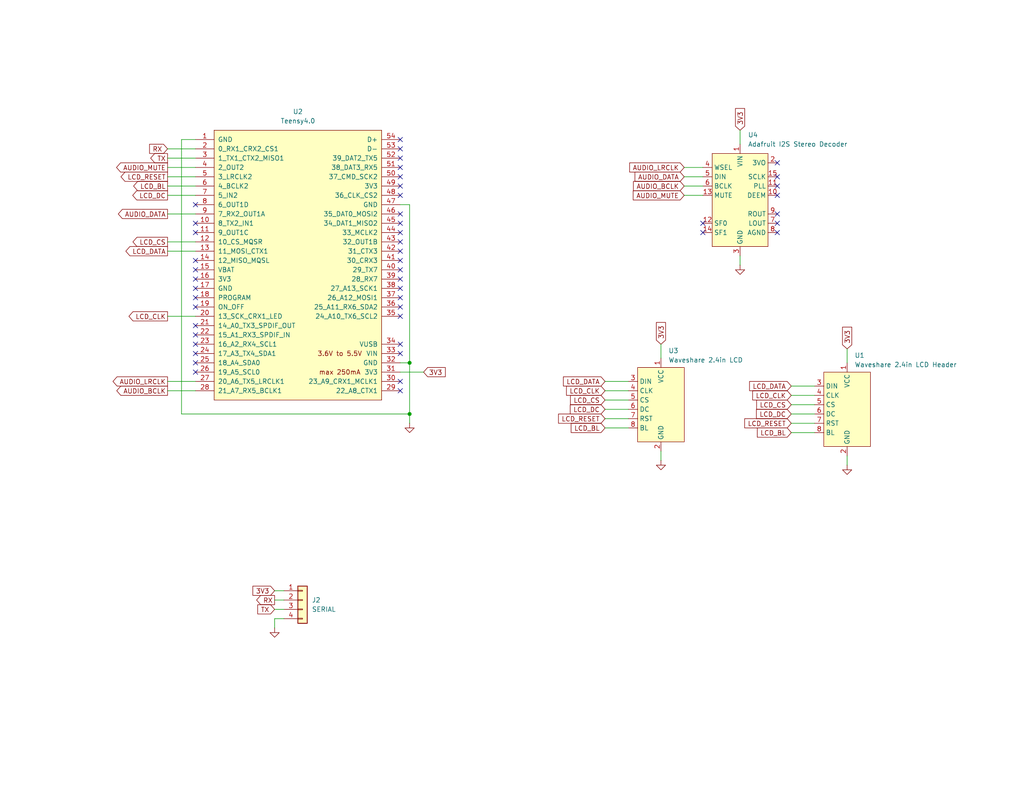
<source format=kicad_sch>
(kicad_sch (version 20250114) (generator "eeschema") (generator_version "9.0")
  (paper "USLetter")
  (title_block (title "6502 Dev Output Board") (date "2025-12-06") (rev "1.0") (company "A.C. Wright Design"))
  (lib_symbols
    (symbol "6502 Parts:Adafruit I2S Stereo Decoder" (in_bom no)
      (property "Reference" "U" (at -5.842 11.684 0))
      (property "Value" "Adafruit I2S Stereo Decoder" (at 16.002 11.684 0))
      (symbol "Adafruit I2S Stereo Decoder_1_1"
        (rectangle (start -6.35 10.16) (end 8.89 -15.24) (fill (type background)))
        (pin input line (at -8.89 6.35 0) (length 2.54) (name "WSEL") (number "4"))
        (pin input line (at -8.89 3.81 0) (length 2.54) (name "DIN") (number "5"))
        (pin input line (at -8.89 1.27 0) (length 2.54) (name "BCLK") (number "6"))
        (pin input line (at -8.89 -1.27 0) (length 2.54) (name "MUTE") (number "13"))
        (pin input line (at -8.89 -8.89 0) (length 2.54) (name "SF0") (number "12"))
        (pin input line (at -8.89 -11.43 0) (length 2.54) (name "SF1") (number "14"))
        (pin power_in line (at 1.27 12.7 270) (length 2.54) (name "VIN") (number "1"))
        (pin power_in line (at 1.27 -17.78 90) (length 2.54) (name "GND") (number "3"))
        (pin power_out line (at 11.43 7.62 180) (length 2.54) (name "3VO") (number "2"))
        (pin input line (at 11.43 3.81 180) (length 2.54) (name "SCLK") (number "15"))
        (pin input line (at 11.43 1.27 180) (length 2.54) (name "PLL") (number "11"))
        (pin input line (at 11.43 -1.27 180) (length 2.54) (name "DEEM") (number "10"))
        (pin output line (at 11.43 -6.35 180) (length 2.54) (name "ROUT") (number "9"))
        (pin output line (at 11.43 -8.89 180) (length 2.54) (name "LOUT") (number "7"))
        (pin power_out line (at 11.43 -11.43 180) (length 2.54) (name "AGND") (number "8"))
      )
    )
    (symbol "6502 Parts:Teensy4.0" (pin_names (offset 1.016))
      (property "Reference" "U" (at 0 39.37 0))
      (property "Value" "Teensy4.0" (at 0 -39.37 0))
      (symbol "Teensy4.0_0_0"
        (text "3.6V to 5.5V" (at 11.43 -24.13 0) (effects (font (size 1.27 1.27))))
        (text "max 250mA" (at 11.43 -29.21 0) (effects (font (size 1.27 1.27))))
        (pin bidirectional line (at -27.94 24.13 0) (length 5.08) (name "3_LRCLK2") (number "5"))
        (pin bidirectional line (at -27.94 21.59 0) (length 5.08) (name "4_BCLK2") (number "6"))
        (pin bidirectional line (at -27.94 19.05 0) (length 5.08) (name "5_IN2") (number "7"))
        (pin bidirectional line (at -27.94 16.51 0) (length 5.08) (name "6_OUT1D") (number "8"))
        (pin bidirectional line (at -27.94 13.97 0) (length 5.08) (name "7_RX2_OUT1A") (number "9"))
        (pin bidirectional line (at -27.94 11.43 0) (length 5.08) (name "8_TX2_IN1") (number "10"))
        (pin bidirectional line (at -27.94 8.89 0) (length 5.08) (name "9_OUT1C") (number "11"))
        (pin bidirectional line (at -27.94 6.35 0) (length 5.08) (name "10_CS_MQSR") (number "12"))
        (pin bidirectional line (at -27.94 3.81 0) (length 5.08) (name "11_MOSI_CTX1") (number "13"))
        (pin bidirectional line (at -27.94 1.27 0) (length 5.08) (name "12_MISO_MQSL") (number "14"))
        (pin power_in line (at -27.94 -1.27 0) (length 5.08) (name "VBAT") (number "15"))
        (pin power_in line (at -27.94 -3.81 0) (length 5.08) (name "3V3") (number "16"))
        (pin power_in line (at -27.94 -6.35 0) (length 5.08) (name "GND") (number "17"))
        (pin input line (at -27.94 -8.89 0) (length 5.08) (name "PROGRAM") (number "18"))
        (pin input line (at -27.94 -11.43 0) (length 5.08) (name "ON_OFF") (number "19"))
        (pin bidirectional line (at -27.94 -13.97 0) (length 5.08) (name "13_SCK_CRX1_LED") (number "20"))
        (pin bidirectional line (at -27.94 -16.51 0) (length 5.08) (name "14_A0_TX3_SPDIF_OUT") (number "21"))
        (pin bidirectional line (at -27.94 -19.05 0) (length 5.08) (name "15_A1_RX3_SPDIF_IN") (number "22"))
        (pin bidirectional line (at -27.94 -21.59 0) (length 5.08) (name "16_A2_RX4_SCL1") (number "23"))
        (pin bidirectional line (at -27.94 -24.13 0) (length 5.08) (name "17_A3_TX4_SDA1") (number "24"))
        (pin bidirectional line (at -27.94 -26.67 0) (length 5.08) (name "18_A4_SDA0") (number "25"))
        (pin bidirectional line (at -27.94 -29.21 0) (length 5.08) (name "19_A5_SCL0") (number "26"))
        (pin bidirectional line (at -27.94 -31.75 0) (length 5.08) (name "20_A6_TX5_LRCLK1") (number "27"))
        (pin bidirectional line (at -27.94 -34.29 0) (length 5.08) (name "21_A7_RX5_BCLK1") (number "28"))
        (pin bidirectional line (at 27.94 34.29 180) (length 5.08) (name "D+") (number "54"))
        (pin bidirectional line (at 27.94 31.75 180) (length 5.08) (name "D-") (number "53"))
        (pin bidirectional line (at 27.94 29.21 180) (length 5.08) (name "39_DAT2_TX5") (number "52"))
        (pin bidirectional line (at 27.94 26.67 180) (length 5.08) (name "38_DAT3_RX5") (number "51"))
        (pin bidirectional line (at 27.94 24.13 180) (length 5.08) (name "37_CMD_SCK2") (number "50"))
        (pin power_out line (at 27.94 21.59 180) (length 5.08) (name "3V3") (number "49"))
        (pin bidirectional line (at 27.94 19.05 180) (length 5.08) (name "36_CLK_CS2") (number "48"))
        (pin power_out line (at 27.94 16.51 180) (length 5.08) (name "GND") (number "47"))
        (pin bidirectional line (at 27.94 13.97 180) (length 5.08) (name "35_DAT0_MOSI2") (number "46"))
        (pin bidirectional line (at 27.94 11.43 180) (length 5.08) (name "34_DAT1_MISO2") (number "45"))
        (pin bidirectional line (at 27.94 8.89 180) (length 5.08) (name "33_MCLK2") (number "44"))
        (pin bidirectional line (at 27.94 6.35 180) (length 5.08) (name "32_OUT1B") (number "43"))
        (pin bidirectional line (at 27.94 3.81 180) (length 5.08) (name "31_CTX3") (number "42"))
        (pin bidirectional line (at 27.94 1.27 180) (length 5.08) (name "30_CRX3") (number "41"))
        (pin bidirectional line (at 27.94 -1.27 180) (length 5.08) (name "29_TX7") (number "40"))
        (pin bidirectional line (at 27.94 -3.81 180) (length 5.08) (name "28_RX7") (number "39"))
        (pin bidirectional line (at 27.94 -6.35 180) (length 5.08) (name "27_A13_SCK1") (number "38"))
        (pin bidirectional line (at 27.94 -8.89 180) (length 5.08) (name "26_A12_MOSI1") (number "37"))
        (pin bidirectional line (at 27.94 -11.43 180) (length 5.08) (name "25_A11_RX6_SDA2") (number "36"))
        (pin bidirectional line (at 27.94 -13.97 180) (length 5.08) (name "24_A10_TX6_SCL2") (number "35"))
        (pin power_out line (at 27.94 -21.59 180) (length 5.08) (name "VUSB") (number "34"))
        (pin power_in line (at 27.94 -24.13 180) (length 5.08) (name "VIN") (number "33"))
        (pin power_in line (at 27.94 -26.67 180) (length 5.08) (name "GND") (number "32"))
        (pin power_out line (at 27.94 -29.21 180) (length 5.08) (name "3V3") (number "31"))
        (pin bidirectional line (at 27.94 -31.75 180) (length 5.08) (name "23_A9_CRX1_MCLK1") (number "30"))
        (pin bidirectional line (at 27.94 -34.29 180) (length 5.08) (name "22_A8_CTX1") (number "29"))
      )
      (symbol "Teensy4.0_0_1"
        (rectangle (start -20.32 -31.75) (end -20.32 -31.75))
      )
      (symbol "Teensy4.0_1_1"
        (rectangle (start -22.86 36.83) (end 22.86 -36.83) (fill (type background)))
        (pin power_in line (at -27.94 34.29 0) (length 5.08) (name "GND") (number "1"))
        (pin bidirectional line (at -27.94 31.75 0) (length 5.08) (name "0_RX1_CRX2_CS1") (number "2"))
        (pin bidirectional line (at -27.94 29.21 0) (length 5.08) (name "1_TX1_CTX2_MISO1") (number "3"))
        (pin bidirectional line (at -27.94 26.67 0) (length 5.08) (name "2_OUT2") (number "4"))
      )
    )
    (symbol "6502 Parts:Waveshare 2.4in LCD" (in_bom no)
      (property "Reference" "U" (at -5.842 11.684 0))
      (property "Value" "Waveshare 2.4in LCD" (at 11.938 11.684 0))
      (symbol "Waveshare 2.4in LCD_1_1"
        (rectangle (start -6.35 10.16) (end 6.35 -10.16) (fill (type background)))
        (pin input line (at -8.89 6.35 0) (length 2.54) (name "DIN") (number "3"))
        (pin input line (at -8.89 3.81 0) (length 2.54) (name "CLK") (number "4"))
        (pin input line (at -8.89 1.27 0) (length 2.54) (name "CS") (number "5"))
        (pin input line (at -8.89 -1.27 0) (length 2.54) (name "DC") (number "6"))
        (pin input line (at -8.89 -3.81 0) (length 2.54) (name "RST") (number "7"))
        (pin input line (at -8.89 -6.35 0) (length 2.54) (name "BL") (number "8"))
        (pin power_in line (at 0 12.7 270) (length 2.54) (name "VCC") (number "1"))
        (pin power_in line (at 0 -12.7 90) (length 2.54) (name "GND") (number "2"))
      )
    )
    (symbol "Connector_Generic:Conn_01x04" (pin_names (offset 1.016) (hide yes))
      (property "Reference" "J" (at 0 5.08 0))
      (property "Value" "Conn_01x04" (at 0 -7.62 0))
      (symbol "Conn_01x04_1_1"
        (rectangle (start -1.27 3.81) (end 1.27 -6.35) (stroke (width 0.254)) (fill (type background)))
        (rectangle (start -1.27 2.667) (end 0 2.413) (stroke (width 0.1524)))
        (rectangle (start -1.27 0.127) (end 0 -0.127) (stroke (width 0.1524)))
        (rectangle (start -1.27 -2.413) (end 0 -2.667) (stroke (width 0.1524)))
        (rectangle (start -1.27 -4.953) (end 0 -5.207) (stroke (width 0.1524)))
        (pin passive line (at -5.08 2.54 0) (length 3.81) (name "Pin_1") (number "1"))
        (pin passive line (at -5.08 0 0) (length 3.81) (name "Pin_2") (number "2"))
        (pin passive line (at -5.08 -2.54 0) (length 3.81) (name "Pin_3") (number "3"))
        (pin passive line (at -5.08 -5.08 0) (length 3.81) (name "Pin_4") (number "4"))
      )
    )
    (symbol "power:GND" (power) (pin_numbers (hide yes)) (pin_names (offset 0) (hide yes))
      (property "Value" "GND" (at 0 -3.81 0))
      (symbol "GND_0_1"
        (polyline (pts (xy 0 0) (xy 0 -1.27) (xy 1.27 -1.27) (xy 0 -2.54) (xy -1.27 -1.27) (xy 0 -1.27)))
      )
      (symbol "GND_1_1"
        (pin power_in line (at 0 0 270) (length 0) (name "~") (number "1"))
      )
    )
  )
  (junction (at 111.76 113.03))
  (junction (at 111.76 99.06))
  (no_connect (at 53.34 81.28))
  (no_connect (at 109.22 73.66))
  (no_connect (at 53.34 101.6))
  (no_connect (at 109.22 48.26))
  (no_connect (at 53.34 93.98))
  (no_connect (at 212.09 48.26))
  (no_connect (at 53.34 73.66))
  (no_connect (at 109.22 104.14))
  (no_connect (at 109.22 66.04))
  (no_connect (at 191.77 60.96))
  (no_connect (at 53.34 71.12))
  (no_connect (at 53.34 55.88))
  (no_connect (at 109.22 71.12))
  (no_connect (at 109.22 50.8))
  (no_connect (at 212.09 63.5))
  (no_connect (at 109.22 63.5))
  (no_connect (at 53.34 99.06))
  (no_connect (at 212.09 58.42))
  (no_connect (at 109.22 93.98))
  (no_connect (at 109.22 83.82))
  (no_connect (at 212.09 60.96))
  (no_connect (at 53.34 83.82))
  (no_connect (at 109.22 40.64))
  (no_connect (at 53.34 63.5))
  (no_connect (at 53.34 96.52))
  (no_connect (at 212.09 50.8))
  (no_connect (at 191.77 63.5))
  (no_connect (at 109.22 43.18))
  (no_connect (at 53.34 91.44))
  (no_connect (at 109.22 96.52))
  (no_connect (at 109.22 38.1))
  (no_connect (at 109.22 58.42))
  (no_connect (at 109.22 68.58))
  (no_connect (at 109.22 86.36))
  (no_connect (at 212.09 44.45))
  (no_connect (at 53.34 60.96))
  (no_connect (at 109.22 81.28))
  (no_connect (at 109.22 60.96))
  (no_connect (at 109.22 45.72))
  (no_connect (at 109.22 78.74))
  (no_connect (at 212.09 53.34))
  (no_connect (at 109.22 106.68))
  (no_connect (at 53.34 88.9))
  (no_connect (at 53.34 76.2))
  (no_connect (at 109.22 76.2))
  (no_connect (at 53.34 78.74))
  (no_connect (at 109.22 53.34))
  (wire (pts (xy 111.76 113.03) (xy 111.76 99.06)))
  (wire (pts (xy 215.9 115.57) (xy 222.25 115.57)))
  (wire (pts (xy 215.9 107.95) (xy 222.25 107.95)))
  (wire (pts (xy 53.34 38.1) (xy 49.53 38.1)))
  (wire (pts (xy 165.1 106.68) (xy 171.45 106.68)))
  (wire (pts (xy 186.69 48.26) (xy 191.77 48.26)))
  (wire (pts (xy 45.72 40.64) (xy 53.34 40.64)))
  (wire (pts (xy 109.22 55.88) (xy 111.76 55.88)))
  (wire (pts (xy 201.93 35.56) (xy 201.93 39.37)))
  (wire (pts (xy 74.93 171.45) (xy 74.93 168.91)))
  (wire (pts (xy 215.9 118.11) (xy 222.25 118.11)))
  (wire (pts (xy 111.76 99.06) (xy 109.22 99.06)))
  (wire (pts (xy 45.72 45.72) (xy 53.34 45.72)))
  (wire (pts (xy 45.72 48.26) (xy 53.34 48.26)))
  (wire (pts (xy 180.34 123.19) (xy 180.34 125.73)))
  (wire (pts (xy 45.72 58.42) (xy 53.34 58.42)))
  (wire (pts (xy 215.9 110.49) (xy 222.25 110.49)))
  (wire (pts (xy 165.1 104.14) (xy 171.45 104.14)))
  (wire (pts (xy 45.72 104.14) (xy 53.34 104.14)))
  (wire (pts (xy 45.72 106.68) (xy 53.34 106.68)))
  (wire (pts (xy 165.1 114.3) (xy 171.45 114.3)))
  (wire (pts (xy 186.69 50.8) (xy 191.77 50.8)))
  (wire (pts (xy 165.1 109.22) (xy 171.45 109.22)))
  (wire (pts (xy 45.72 50.8) (xy 53.34 50.8)))
  (wire (pts (xy 74.93 166.37) (xy 77.47 166.37)))
  (wire (pts (xy 201.93 69.85) (xy 201.93 72.39)))
  (wire (pts (xy 231.14 95.25) (xy 231.14 99.06)))
  (wire (pts (xy 45.72 43.18) (xy 53.34 43.18)))
  (wire (pts (xy 45.72 66.04) (xy 53.34 66.04)))
  (wire (pts (xy 165.1 116.84) (xy 171.45 116.84)))
  (wire (pts (xy 215.9 113.03) (xy 222.25 113.03)))
  (wire (pts (xy 45.72 53.34) (xy 53.34 53.34)))
  (wire (pts (xy 111.76 113.03) (xy 111.76 115.57)))
  (wire (pts (xy 49.53 38.1) (xy 49.53 113.03)))
  (wire (pts (xy 74.93 168.91) (xy 77.47 168.91)))
  (wire (pts (xy 109.22 101.6) (xy 115.57 101.6)))
  (wire (pts (xy 186.69 45.72) (xy 191.77 45.72)))
  (wire (pts (xy 45.72 68.58) (xy 53.34 68.58)))
  (wire (pts (xy 111.76 55.88) (xy 111.76 99.06)))
  (wire (pts (xy 231.14 124.46) (xy 231.14 127)))
  (wire (pts (xy 74.93 161.29) (xy 77.47 161.29)))
  (wire (pts (xy 186.69 53.34) (xy 191.77 53.34)))
  (wire (pts (xy 74.93 163.83) (xy 77.47 163.83)))
  (wire (pts (xy 180.34 93.98) (xy 180.34 97.79)))
  (wire (pts (xy 215.9 105.41) (xy 222.25 105.41)))
  (wire (pts (xy 45.72 86.36) (xy 53.34 86.36)))
  (wire (pts (xy 49.53 113.03) (xy 111.76 113.03)))
  (wire (pts (xy 165.1 111.76) (xy 171.45 111.76)))
  (global_label "LCD_CLK" (shape input) (at 165.1 106.68 180) (property "Intersheetrefs" "${INTERSHEET_REFS}" (effects (hide yes))))
  (global_label "LCD_RESET" (shape input) (at 215.9 115.57 180) (property "Intersheetrefs" "${INTERSHEET_REFS}" (effects (hide yes))))
  (global_label "AUDIO_LRCLK" (shape input) (at 186.69 45.72 180) (property "Intersheetrefs" "${INTERSHEET_REFS}" (effects (hide yes))))
  (global_label "LCD_DATA" (shape input) (at 215.9 105.41 180) (property "Intersheetrefs" "${INTERSHEET_REFS}" (effects (hide yes))))
  (global_label "TX" (shape input) (at 74.93 166.37 180) (property "Intersheetrefs" "${INTERSHEET_REFS}" (effects (hide yes))))
  (global_label "LCD_CS" (shape output) (at 45.72 66.04 180) (property "Intersheetrefs" "${INTERSHEET_REFS}" (effects (hide yes))))
  (global_label "AUDIO_MUTE" (shape output) (at 45.72 45.72 180) (property "Intersheetrefs" "${INTERSHEET_REFS}" (effects (hide yes))))
  (global_label "AUDIO_BCLK" (shape input) (at 186.69 50.8 180) (property "Intersheetrefs" "${INTERSHEET_REFS}" (effects (hide yes))))
  (global_label "RX" (shape output) (at 74.93 163.83 180) (property "Intersheetrefs" "${INTERSHEET_REFS}" (effects (hide yes))))
  (global_label "AUDIO_DATA" (shape output) (at 45.72 58.42 180) (property "Intersheetrefs" "${INTERSHEET_REFS}" (effects (hide yes))))
  (global_label "LCD_DATA" (shape input) (at 165.1 104.14 180) (property "Intersheetrefs" "${INTERSHEET_REFS}" (effects (hide yes))))
  (global_label "LCD_CLK" (shape input) (at 215.9 107.95 180) (property "Intersheetrefs" "${INTERSHEET_REFS}" (effects (hide yes))))
  (global_label "LCD_RESET" (shape input) (at 165.1 114.3 180) (property "Intersheetrefs" "${INTERSHEET_REFS}" (effects (hide yes))))
  (global_label "AUDIO_BCLK" (shape output) (at 45.72 106.68 180) (property "Intersheetrefs" "${INTERSHEET_REFS}" (effects (hide yes))))
  (global_label "LCD_BL" (shape input) (at 165.1 116.84 180) (property "Intersheetrefs" "${INTERSHEET_REFS}" (effects (hide yes))))
  (global_label "LCD_BL" (shape input) (at 215.9 118.11 180) (property "Intersheetrefs" "${INTERSHEET_REFS}" (effects (hide yes))))
  (global_label "3V3" (shape input) (at 201.93 35.56 90) (property "Intersheetrefs" "${INTERSHEET_REFS}" (effects (hide yes))))
  (global_label "3V3" (shape input) (at 231.14 95.25 90) (property "Intersheetrefs" "${INTERSHEET_REFS}" (effects (hide yes))))
  (global_label "3V3" (shape input) (at 74.93 161.29 180) (property "Intersheetrefs" "${INTERSHEET_REFS}" (effects (hide yes))))
  (global_label "AUDIO_DATA" (shape input) (at 186.69 48.26 180) (property "Intersheetrefs" "${INTERSHEET_REFS}" (effects (hide yes))))
  (global_label "LCD_CS" (shape input) (at 215.9 110.49 180) (property "Intersheetrefs" "${INTERSHEET_REFS}" (effects (hide yes))))
  (global_label "LCD_CLK" (shape output) (at 45.72 86.36 180) (property "Intersheetrefs" "${INTERSHEET_REFS}" (effects (hide yes))))
  (global_label "LCD_CS" (shape input) (at 165.1 109.22 180) (property "Intersheetrefs" "${INTERSHEET_REFS}" (effects (hide yes))))
  (global_label "LCD_BL" (shape output) (at 45.72 50.8 180) (property "Intersheetrefs" "${INTERSHEET_REFS}" (effects (hide yes))))
  (global_label "LCD_DC" (shape input) (at 215.9 113.03 180) (property "Intersheetrefs" "${INTERSHEET_REFS}" (effects (hide yes))))
  (global_label "LCD_DATA" (shape output) (at 45.72 68.58 180) (property "Intersheetrefs" "${INTERSHEET_REFS}" (effects (hide yes))))
  (global_label "LCD_DC" (shape output) (at 45.72 53.34 180) (property "Intersheetrefs" "${INTERSHEET_REFS}" (effects (hide yes))))
  (global_label "LCD_RESET" (shape output) (at 45.72 48.26 180) (property "Intersheetrefs" "${INTERSHEET_REFS}" (effects (hide yes))))
  (global_label "LCD_DC" (shape input) (at 165.1 111.76 180) (property "Intersheetrefs" "${INTERSHEET_REFS}" (effects (hide yes))))
  (global_label "RX" (shape input) (at 45.72 40.64 180) (property "Intersheetrefs" "${INTERSHEET_REFS}" (effects (hide yes))))
  (global_label "AUDIO_MUTE" (shape input) (at 186.69 53.34 180) (property "Intersheetrefs" "${INTERSHEET_REFS}" (effects (hide yes))))
  (global_label "TX" (shape output) (at 45.72 43.18 180) (property "Intersheetrefs" "${INTERSHEET_REFS}" (effects (hide yes))))
  (global_label "3V3" (shape input) (at 115.57 101.6 0) (property "Intersheetrefs" "${INTERSHEET_REFS}" (effects (hide yes))))
  (global_label "AUDIO_LRCLK" (shape output) (at 45.72 104.14 180) (property "Intersheetrefs" "${INTERSHEET_REFS}" (effects (hide yes))))
  (global_label "3V3" (shape input) (at 180.34 93.98 90) (property "Intersheetrefs" "${INTERSHEET_REFS}" (effects (hide yes))))
  (symbol (lib_id "6502 Parts:Waveshare 2.4in LCD") (at 231.14 111.76 0) (unit 1) (in_bom no)
    (property "Reference" "U1" (at 233.172 97.028 0) (effects (justify left)))
    (property "Value" "Waveshare 2.4in LCD Header" (at 233.172 99.568 0) (effects (justify left)))
    (property "Footprint" "Connector_PinHeader_2.54mm:PinHeader_1x08_P2.54mm_Vertical" (effects (hide yes)))
    (property "Datasheet" "https://learn.adafruit.com/adafruit-micro-sd-breakout-board-card-tutorial/download" (effects (hide yes)))
  )
  (symbol (lib_id "Connector_Generic:Conn_01x04") (at 82.55 163.83 0) (unit 1)
    (property "Reference" "J2" (at 85.09 163.8299 0) (effects (justify left)))
    (property "Value" "SERIAL" (at 85.09 166.3699 0) (effects (justify left)))
    (property "Footprint" "Connector_PinHeader_2.54mm:PinHeader_1x04_P2.54mm_Vertical" (effects (hide yes)))
    (property "Description" "Generic connector, single row, 01x04, script generated (kicad-library-utils/schlib/autogen/connector/)" (effects (hide yes)))
  )
  (symbol (lib_id "power:GND") (at 111.76 115.57 0) (mirror y) (unit 1)
    (property "Reference" "#PWR04" (effects (hide yes)))
    (property "Value" "GND" (effects (hide yes)))
    (property "Description" "Power symbol creates a global label with name \"GND\" , ground" (effects (hide yes)))
  )
  (symbol (lib_id "power:GND") (at 201.93 72.39 0) (mirror y) (unit 1)
    (property "Reference" "#PWR01" (effects (hide yes)))
    (property "Value" "GND" (effects (hide yes)))
    (property "Description" "Power symbol creates a global label with name \"GND\" , ground" (effects (hide yes)))
  )
  (symbol (lib_id "6502 Parts:Adafruit I2S Stereo Decoder") (at 200.66 52.07 0) (unit 1) (in_bom no)
    (property "Reference" "U4" (at 204.0733 36.83 0) (effects (justify left)))
    (property "Value" "Adafruit I2S Stereo Decoder" (at 204.0733 39.37 0) (effects (justify left)))
    (property "Footprint" "6502 Parts:Adafruit I2S Stereo Decoder" (effects (hide yes)))
    (property "Datasheet" "https://learn.adafruit.com/adafruit-micro-sd-breakout-board-card-tutorial/download" (effects (hide yes)))
  )
  (symbol (lib_id "power:GND") (at 74.93 171.45 0) (mirror y) (unit 1)
    (property "Reference" "#PWR010" (effects (hide yes)))
    (property "Value" "GND" (effects (hide yes)))
    (property "Description" "Power symbol creates a global label with name \"GND\" , ground" (effects (hide yes)))
  )
  (symbol (lib_id "6502 Parts:Teensy4.0") (at 81.28 72.39 0) (unit 1)
    (property "Reference" "U2" (at 81.28 30.48 0))
    (property "Value" "Teensy4.0" (at 81.28 33.02 0))
    (property "Footprint" "6502 Parts:Teensy40" (effects (hide yes)))
  )
  (symbol (lib_id "power:GND") (at 180.34 125.73 0) (mirror y) (unit 1)
    (property "Reference" "#PWR03" (effects (hide yes)))
    (property "Value" "GND" (effects (hide yes)))
    (property "Description" "Power symbol creates a global label with name \"GND\" , ground" (effects (hide yes)))
  )
  (symbol (lib_id "6502 Parts:Waveshare 2.4in LCD") (at 180.34 110.49 0) (unit 1) (in_bom no)
    (property "Reference" "U3" (at 182.372 95.758 0) (effects (justify left)))
    (property "Value" "Waveshare 2.4in LCD" (at 182.372 98.298 0) (effects (justify left)))
    (property "Footprint" "6502 Parts:Waveshare 2.4in LCD" (effects (hide yes)))
    (property "Datasheet" "https://learn.adafruit.com/adafruit-micro-sd-breakout-board-card-tutorial/download" (effects (hide yes)))
  )
  (symbol (lib_id "power:GND") (at 231.14 127 0) (mirror y) (unit 1)
    (property "Reference" "#PWR02" (effects (hide yes)))
    (property "Value" "GND" (effects (hide yes)))
    (property "Description" "Power symbol creates a global label with name \"GND\" , ground" (effects (hide yes)))
  )
)
</source>
